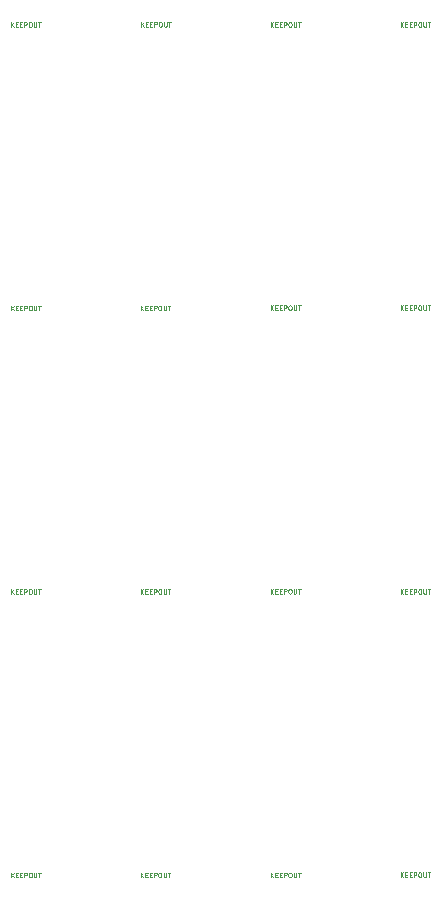
<source format=gbr>
G04 #@! TF.GenerationSoftware,KiCad,Pcbnew,(5.0.1)-4*
G04 #@! TF.CreationDate,2019-03-05T01:40:27-06:00*
G04 #@! TF.ProjectId,mult,6D756C742E6B696361645F7063620000,rev?*
G04 #@! TF.SameCoordinates,Original*
G04 #@! TF.FileFunction,Other,Comment*
%FSLAX46Y46*%
G04 Gerber Fmt 4.6, Leading zero omitted, Abs format (unit mm)*
G04 Created by KiCad (PCBNEW (5.0.1)-4) date 3/5/2019 1:40:27*
%MOMM*%
%LPD*%
G01*
G04 APERTURE LIST*
%ADD10C,0.051000*%
G04 APERTURE END LIST*
G04 #@! TO.C,J1*
D10*
X-170612095Y128617047D02*
X-170612095Y129017047D01*
X-170383523Y128617047D02*
X-170554952Y128845619D01*
X-170383523Y129017047D02*
X-170612095Y128788476D01*
X-170212095Y128826571D02*
X-170078761Y128826571D01*
X-170021619Y128617047D02*
X-170212095Y128617047D01*
X-170212095Y129017047D01*
X-170021619Y129017047D01*
X-169850190Y128826571D02*
X-169716857Y128826571D01*
X-169659714Y128617047D02*
X-169850190Y128617047D01*
X-169850190Y129017047D01*
X-169659714Y129017047D01*
X-169488285Y128617047D02*
X-169488285Y129017047D01*
X-169335904Y129017047D01*
X-169297809Y128998000D01*
X-169278761Y128978952D01*
X-169259714Y128940857D01*
X-169259714Y128883714D01*
X-169278761Y128845619D01*
X-169297809Y128826571D01*
X-169335904Y128807523D01*
X-169488285Y128807523D01*
X-169012095Y129017047D02*
X-168935904Y129017047D01*
X-168897809Y128998000D01*
X-168859714Y128959904D01*
X-168840666Y128883714D01*
X-168840666Y128750380D01*
X-168859714Y128674190D01*
X-168897809Y128636095D01*
X-168935904Y128617047D01*
X-169012095Y128617047D01*
X-169050190Y128636095D01*
X-169088285Y128674190D01*
X-169107333Y128750380D01*
X-169107333Y128883714D01*
X-169088285Y128959904D01*
X-169050190Y128998000D01*
X-169012095Y129017047D01*
X-168669238Y129017047D02*
X-168669238Y128693238D01*
X-168650190Y128655142D01*
X-168631142Y128636095D01*
X-168593047Y128617047D01*
X-168516857Y128617047D01*
X-168478761Y128636095D01*
X-168459714Y128655142D01*
X-168440666Y128693238D01*
X-168440666Y129017047D01*
X-168307333Y129017047D02*
X-168078761Y129017047D01*
X-168193047Y128617047D02*
X-168193047Y129017047D01*
G04 #@! TO.C,J2*
X-159601195Y128629747D02*
X-159601195Y129029747D01*
X-159372623Y128629747D02*
X-159544052Y128858319D01*
X-159372623Y129029747D02*
X-159601195Y128801176D01*
X-159201195Y128839271D02*
X-159067861Y128839271D01*
X-159010719Y128629747D02*
X-159201195Y128629747D01*
X-159201195Y129029747D01*
X-159010719Y129029747D01*
X-158839290Y128839271D02*
X-158705957Y128839271D01*
X-158648814Y128629747D02*
X-158839290Y128629747D01*
X-158839290Y129029747D01*
X-158648814Y129029747D01*
X-158477385Y128629747D02*
X-158477385Y129029747D01*
X-158325004Y129029747D01*
X-158286909Y129010700D01*
X-158267861Y128991652D01*
X-158248814Y128953557D01*
X-158248814Y128896414D01*
X-158267861Y128858319D01*
X-158286909Y128839271D01*
X-158325004Y128820223D01*
X-158477385Y128820223D01*
X-158001195Y129029747D02*
X-157925004Y129029747D01*
X-157886909Y129010700D01*
X-157848814Y128972604D01*
X-157829766Y128896414D01*
X-157829766Y128763080D01*
X-157848814Y128686890D01*
X-157886909Y128648795D01*
X-157925004Y128629747D01*
X-158001195Y128629747D01*
X-158039290Y128648795D01*
X-158077385Y128686890D01*
X-158096433Y128763080D01*
X-158096433Y128896414D01*
X-158077385Y128972604D01*
X-158039290Y129010700D01*
X-158001195Y129029747D01*
X-157658338Y129029747D02*
X-157658338Y128705938D01*
X-157639290Y128667842D01*
X-157620242Y128648795D01*
X-157582147Y128629747D01*
X-157505957Y128629747D01*
X-157467861Y128648795D01*
X-157448814Y128667842D01*
X-157429766Y128705938D01*
X-157429766Y129029747D01*
X-157296433Y129029747D02*
X-157067861Y129029747D01*
X-157182147Y128629747D02*
X-157182147Y129029747D01*
G04 #@! TO.C,J3*
X-148615695Y128604347D02*
X-148615695Y129004347D01*
X-148387123Y128604347D02*
X-148558552Y128832919D01*
X-148387123Y129004347D02*
X-148615695Y128775776D01*
X-148215695Y128813871D02*
X-148082361Y128813871D01*
X-148025219Y128604347D02*
X-148215695Y128604347D01*
X-148215695Y129004347D01*
X-148025219Y129004347D01*
X-147853790Y128813871D02*
X-147720457Y128813871D01*
X-147663314Y128604347D02*
X-147853790Y128604347D01*
X-147853790Y129004347D01*
X-147663314Y129004347D01*
X-147491885Y128604347D02*
X-147491885Y129004347D01*
X-147339504Y129004347D01*
X-147301409Y128985300D01*
X-147282361Y128966252D01*
X-147263314Y128928157D01*
X-147263314Y128871014D01*
X-147282361Y128832919D01*
X-147301409Y128813871D01*
X-147339504Y128794823D01*
X-147491885Y128794823D01*
X-147015695Y129004347D02*
X-146939504Y129004347D01*
X-146901409Y128985300D01*
X-146863314Y128947204D01*
X-146844266Y128871014D01*
X-146844266Y128737680D01*
X-146863314Y128661490D01*
X-146901409Y128623395D01*
X-146939504Y128604347D01*
X-147015695Y128604347D01*
X-147053790Y128623395D01*
X-147091885Y128661490D01*
X-147110933Y128737680D01*
X-147110933Y128871014D01*
X-147091885Y128947204D01*
X-147053790Y128985300D01*
X-147015695Y129004347D01*
X-146672838Y129004347D02*
X-146672838Y128680538D01*
X-146653790Y128642442D01*
X-146634742Y128623395D01*
X-146596647Y128604347D01*
X-146520457Y128604347D01*
X-146482361Y128623395D01*
X-146463314Y128642442D01*
X-146444266Y128680538D01*
X-146444266Y129004347D01*
X-146310933Y129004347D02*
X-146082361Y129004347D01*
X-146196647Y128604347D02*
X-146196647Y129004347D01*
G04 #@! TO.C,J4*
X-137617495Y128617047D02*
X-137617495Y129017047D01*
X-137388923Y128617047D02*
X-137560352Y128845619D01*
X-137388923Y129017047D02*
X-137617495Y128788476D01*
X-137217495Y128826571D02*
X-137084161Y128826571D01*
X-137027019Y128617047D02*
X-137217495Y128617047D01*
X-137217495Y129017047D01*
X-137027019Y129017047D01*
X-136855590Y128826571D02*
X-136722257Y128826571D01*
X-136665114Y128617047D02*
X-136855590Y128617047D01*
X-136855590Y129017047D01*
X-136665114Y129017047D01*
X-136493685Y128617047D02*
X-136493685Y129017047D01*
X-136341304Y129017047D01*
X-136303209Y128998000D01*
X-136284161Y128978952D01*
X-136265114Y128940857D01*
X-136265114Y128883714D01*
X-136284161Y128845619D01*
X-136303209Y128826571D01*
X-136341304Y128807523D01*
X-136493685Y128807523D01*
X-136017495Y129017047D02*
X-135941304Y129017047D01*
X-135903209Y128998000D01*
X-135865114Y128959904D01*
X-135846066Y128883714D01*
X-135846066Y128750380D01*
X-135865114Y128674190D01*
X-135903209Y128636095D01*
X-135941304Y128617047D01*
X-136017495Y128617047D01*
X-136055590Y128636095D01*
X-136093685Y128674190D01*
X-136112733Y128750380D01*
X-136112733Y128883714D01*
X-136093685Y128959904D01*
X-136055590Y128998000D01*
X-136017495Y129017047D01*
X-135674638Y129017047D02*
X-135674638Y128693238D01*
X-135655590Y128655142D01*
X-135636542Y128636095D01*
X-135598447Y128617047D01*
X-135522257Y128617047D01*
X-135484161Y128636095D01*
X-135465114Y128655142D01*
X-135446066Y128693238D01*
X-135446066Y129017047D01*
X-135312733Y129017047D02*
X-135084161Y129017047D01*
X-135198447Y128617047D02*
X-135198447Y129017047D01*
G04 #@! TO.C,J5*
X-170612095Y104614047D02*
X-170612095Y105014047D01*
X-170383523Y104614047D02*
X-170554952Y104842619D01*
X-170383523Y105014047D02*
X-170612095Y104785476D01*
X-170212095Y104823571D02*
X-170078761Y104823571D01*
X-170021619Y104614047D02*
X-170212095Y104614047D01*
X-170212095Y105014047D01*
X-170021619Y105014047D01*
X-169850190Y104823571D02*
X-169716857Y104823571D01*
X-169659714Y104614047D02*
X-169850190Y104614047D01*
X-169850190Y105014047D01*
X-169659714Y105014047D01*
X-169488285Y104614047D02*
X-169488285Y105014047D01*
X-169335904Y105014047D01*
X-169297809Y104995000D01*
X-169278761Y104975952D01*
X-169259714Y104937857D01*
X-169259714Y104880714D01*
X-169278761Y104842619D01*
X-169297809Y104823571D01*
X-169335904Y104804523D01*
X-169488285Y104804523D01*
X-169012095Y105014047D02*
X-168935904Y105014047D01*
X-168897809Y104995000D01*
X-168859714Y104956904D01*
X-168840666Y104880714D01*
X-168840666Y104747380D01*
X-168859714Y104671190D01*
X-168897809Y104633095D01*
X-168935904Y104614047D01*
X-169012095Y104614047D01*
X-169050190Y104633095D01*
X-169088285Y104671190D01*
X-169107333Y104747380D01*
X-169107333Y104880714D01*
X-169088285Y104956904D01*
X-169050190Y104995000D01*
X-169012095Y105014047D01*
X-168669238Y105014047D02*
X-168669238Y104690238D01*
X-168650190Y104652142D01*
X-168631142Y104633095D01*
X-168593047Y104614047D01*
X-168516857Y104614047D01*
X-168478761Y104633095D01*
X-168459714Y104652142D01*
X-168440666Y104690238D01*
X-168440666Y105014047D01*
X-168307333Y105014047D02*
X-168078761Y105014047D01*
X-168193047Y104614047D02*
X-168193047Y105014047D01*
G04 #@! TO.C,J6*
X-170612095Y80611047D02*
X-170612095Y81011047D01*
X-170383523Y80611047D02*
X-170554952Y80839619D01*
X-170383523Y81011047D02*
X-170612095Y80782476D01*
X-170212095Y80820571D02*
X-170078761Y80820571D01*
X-170021619Y80611047D02*
X-170212095Y80611047D01*
X-170212095Y81011047D01*
X-170021619Y81011047D01*
X-169850190Y80820571D02*
X-169716857Y80820571D01*
X-169659714Y80611047D02*
X-169850190Y80611047D01*
X-169850190Y81011047D01*
X-169659714Y81011047D01*
X-169488285Y80611047D02*
X-169488285Y81011047D01*
X-169335904Y81011047D01*
X-169297809Y80992000D01*
X-169278761Y80972952D01*
X-169259714Y80934857D01*
X-169259714Y80877714D01*
X-169278761Y80839619D01*
X-169297809Y80820571D01*
X-169335904Y80801523D01*
X-169488285Y80801523D01*
X-169012095Y81011047D02*
X-168935904Y81011047D01*
X-168897809Y80992000D01*
X-168859714Y80953904D01*
X-168840666Y80877714D01*
X-168840666Y80744380D01*
X-168859714Y80668190D01*
X-168897809Y80630095D01*
X-168935904Y80611047D01*
X-169012095Y80611047D01*
X-169050190Y80630095D01*
X-169088285Y80668190D01*
X-169107333Y80744380D01*
X-169107333Y80877714D01*
X-169088285Y80953904D01*
X-169050190Y80992000D01*
X-169012095Y81011047D01*
X-168669238Y81011047D02*
X-168669238Y80687238D01*
X-168650190Y80649142D01*
X-168631142Y80630095D01*
X-168593047Y80611047D01*
X-168516857Y80611047D01*
X-168478761Y80630095D01*
X-168459714Y80649142D01*
X-168440666Y80687238D01*
X-168440666Y81011047D01*
X-168307333Y81011047D02*
X-168078761Y81011047D01*
X-168193047Y80611047D02*
X-168193047Y81011047D01*
G04 #@! TO.C,J7*
X-170612095Y56608047D02*
X-170612095Y57008047D01*
X-170383523Y56608047D02*
X-170554952Y56836619D01*
X-170383523Y57008047D02*
X-170612095Y56779476D01*
X-170212095Y56817571D02*
X-170078761Y56817571D01*
X-170021619Y56608047D02*
X-170212095Y56608047D01*
X-170212095Y57008047D01*
X-170021619Y57008047D01*
X-169850190Y56817571D02*
X-169716857Y56817571D01*
X-169659714Y56608047D02*
X-169850190Y56608047D01*
X-169850190Y57008047D01*
X-169659714Y57008047D01*
X-169488285Y56608047D02*
X-169488285Y57008047D01*
X-169335904Y57008047D01*
X-169297809Y56989000D01*
X-169278761Y56969952D01*
X-169259714Y56931857D01*
X-169259714Y56874714D01*
X-169278761Y56836619D01*
X-169297809Y56817571D01*
X-169335904Y56798523D01*
X-169488285Y56798523D01*
X-169012095Y57008047D02*
X-168935904Y57008047D01*
X-168897809Y56989000D01*
X-168859714Y56950904D01*
X-168840666Y56874714D01*
X-168840666Y56741380D01*
X-168859714Y56665190D01*
X-168897809Y56627095D01*
X-168935904Y56608047D01*
X-169012095Y56608047D01*
X-169050190Y56627095D01*
X-169088285Y56665190D01*
X-169107333Y56741380D01*
X-169107333Y56874714D01*
X-169088285Y56950904D01*
X-169050190Y56989000D01*
X-169012095Y57008047D01*
X-168669238Y57008047D02*
X-168669238Y56684238D01*
X-168650190Y56646142D01*
X-168631142Y56627095D01*
X-168593047Y56608047D01*
X-168516857Y56608047D01*
X-168478761Y56627095D01*
X-168459714Y56646142D01*
X-168440666Y56684238D01*
X-168440666Y57008047D01*
X-168307333Y57008047D02*
X-168078761Y57008047D01*
X-168193047Y56608047D02*
X-168193047Y57008047D01*
G04 #@! TO.C,J8*
X-159626595Y104614047D02*
X-159626595Y105014047D01*
X-159398023Y104614047D02*
X-159569452Y104842619D01*
X-159398023Y105014047D02*
X-159626595Y104785476D01*
X-159226595Y104823571D02*
X-159093261Y104823571D01*
X-159036119Y104614047D02*
X-159226595Y104614047D01*
X-159226595Y105014047D01*
X-159036119Y105014047D01*
X-158864690Y104823571D02*
X-158731357Y104823571D01*
X-158674214Y104614047D02*
X-158864690Y104614047D01*
X-158864690Y105014047D01*
X-158674214Y105014047D01*
X-158502785Y104614047D02*
X-158502785Y105014047D01*
X-158350404Y105014047D01*
X-158312309Y104995000D01*
X-158293261Y104975952D01*
X-158274214Y104937857D01*
X-158274214Y104880714D01*
X-158293261Y104842619D01*
X-158312309Y104823571D01*
X-158350404Y104804523D01*
X-158502785Y104804523D01*
X-158026595Y105014047D02*
X-157950404Y105014047D01*
X-157912309Y104995000D01*
X-157874214Y104956904D01*
X-157855166Y104880714D01*
X-157855166Y104747380D01*
X-157874214Y104671190D01*
X-157912309Y104633095D01*
X-157950404Y104614047D01*
X-158026595Y104614047D01*
X-158064690Y104633095D01*
X-158102785Y104671190D01*
X-158121833Y104747380D01*
X-158121833Y104880714D01*
X-158102785Y104956904D01*
X-158064690Y104995000D01*
X-158026595Y105014047D01*
X-157683738Y105014047D02*
X-157683738Y104690238D01*
X-157664690Y104652142D01*
X-157645642Y104633095D01*
X-157607547Y104614047D01*
X-157531357Y104614047D01*
X-157493261Y104633095D01*
X-157474214Y104652142D01*
X-157455166Y104690238D01*
X-157455166Y105014047D01*
X-157321833Y105014047D02*
X-157093261Y105014047D01*
X-157207547Y104614047D02*
X-157207547Y105014047D01*
G04 #@! TO.C,J9*
X-159626595Y80611047D02*
X-159626595Y81011047D01*
X-159398023Y80611047D02*
X-159569452Y80839619D01*
X-159398023Y81011047D02*
X-159626595Y80782476D01*
X-159226595Y80820571D02*
X-159093261Y80820571D01*
X-159036119Y80611047D02*
X-159226595Y80611047D01*
X-159226595Y81011047D01*
X-159036119Y81011047D01*
X-158864690Y80820571D02*
X-158731357Y80820571D01*
X-158674214Y80611047D02*
X-158864690Y80611047D01*
X-158864690Y81011047D01*
X-158674214Y81011047D01*
X-158502785Y80611047D02*
X-158502785Y81011047D01*
X-158350404Y81011047D01*
X-158312309Y80992000D01*
X-158293261Y80972952D01*
X-158274214Y80934857D01*
X-158274214Y80877714D01*
X-158293261Y80839619D01*
X-158312309Y80820571D01*
X-158350404Y80801523D01*
X-158502785Y80801523D01*
X-158026595Y81011047D02*
X-157950404Y81011047D01*
X-157912309Y80992000D01*
X-157874214Y80953904D01*
X-157855166Y80877714D01*
X-157855166Y80744380D01*
X-157874214Y80668190D01*
X-157912309Y80630095D01*
X-157950404Y80611047D01*
X-158026595Y80611047D01*
X-158064690Y80630095D01*
X-158102785Y80668190D01*
X-158121833Y80744380D01*
X-158121833Y80877714D01*
X-158102785Y80953904D01*
X-158064690Y80992000D01*
X-158026595Y81011047D01*
X-157683738Y81011047D02*
X-157683738Y80687238D01*
X-157664690Y80649142D01*
X-157645642Y80630095D01*
X-157607547Y80611047D01*
X-157531357Y80611047D01*
X-157493261Y80630095D01*
X-157474214Y80649142D01*
X-157455166Y80687238D01*
X-157455166Y81011047D01*
X-157321833Y81011047D02*
X-157093261Y81011047D01*
X-157207547Y80611047D02*
X-157207547Y81011047D01*
G04 #@! TO.C,J10*
X-159626595Y56608047D02*
X-159626595Y57008047D01*
X-159398023Y56608047D02*
X-159569452Y56836619D01*
X-159398023Y57008047D02*
X-159626595Y56779476D01*
X-159226595Y56817571D02*
X-159093261Y56817571D01*
X-159036119Y56608047D02*
X-159226595Y56608047D01*
X-159226595Y57008047D01*
X-159036119Y57008047D01*
X-158864690Y56817571D02*
X-158731357Y56817571D01*
X-158674214Y56608047D02*
X-158864690Y56608047D01*
X-158864690Y57008047D01*
X-158674214Y57008047D01*
X-158502785Y56608047D02*
X-158502785Y57008047D01*
X-158350404Y57008047D01*
X-158312309Y56989000D01*
X-158293261Y56969952D01*
X-158274214Y56931857D01*
X-158274214Y56874714D01*
X-158293261Y56836619D01*
X-158312309Y56817571D01*
X-158350404Y56798523D01*
X-158502785Y56798523D01*
X-158026595Y57008047D02*
X-157950404Y57008047D01*
X-157912309Y56989000D01*
X-157874214Y56950904D01*
X-157855166Y56874714D01*
X-157855166Y56741380D01*
X-157874214Y56665190D01*
X-157912309Y56627095D01*
X-157950404Y56608047D01*
X-158026595Y56608047D01*
X-158064690Y56627095D01*
X-158102785Y56665190D01*
X-158121833Y56741380D01*
X-158121833Y56874714D01*
X-158102785Y56950904D01*
X-158064690Y56989000D01*
X-158026595Y57008047D01*
X-157683738Y57008047D02*
X-157683738Y56684238D01*
X-157664690Y56646142D01*
X-157645642Y56627095D01*
X-157607547Y56608047D01*
X-157531357Y56608047D01*
X-157493261Y56627095D01*
X-157474214Y56646142D01*
X-157455166Y56684238D01*
X-157455166Y57008047D01*
X-157321833Y57008047D02*
X-157093261Y57008047D01*
X-157207547Y56608047D02*
X-157207547Y57008047D01*
G04 #@! TO.C,J11*
X-148615695Y104626747D02*
X-148615695Y105026747D01*
X-148387123Y104626747D02*
X-148558552Y104855319D01*
X-148387123Y105026747D02*
X-148615695Y104798176D01*
X-148215695Y104836271D02*
X-148082361Y104836271D01*
X-148025219Y104626747D02*
X-148215695Y104626747D01*
X-148215695Y105026747D01*
X-148025219Y105026747D01*
X-147853790Y104836271D02*
X-147720457Y104836271D01*
X-147663314Y104626747D02*
X-147853790Y104626747D01*
X-147853790Y105026747D01*
X-147663314Y105026747D01*
X-147491885Y104626747D02*
X-147491885Y105026747D01*
X-147339504Y105026747D01*
X-147301409Y105007700D01*
X-147282361Y104988652D01*
X-147263314Y104950557D01*
X-147263314Y104893414D01*
X-147282361Y104855319D01*
X-147301409Y104836271D01*
X-147339504Y104817223D01*
X-147491885Y104817223D01*
X-147015695Y105026747D02*
X-146939504Y105026747D01*
X-146901409Y105007700D01*
X-146863314Y104969604D01*
X-146844266Y104893414D01*
X-146844266Y104760080D01*
X-146863314Y104683890D01*
X-146901409Y104645795D01*
X-146939504Y104626747D01*
X-147015695Y104626747D01*
X-147053790Y104645795D01*
X-147091885Y104683890D01*
X-147110933Y104760080D01*
X-147110933Y104893414D01*
X-147091885Y104969604D01*
X-147053790Y105007700D01*
X-147015695Y105026747D01*
X-146672838Y105026747D02*
X-146672838Y104702938D01*
X-146653790Y104664842D01*
X-146634742Y104645795D01*
X-146596647Y104626747D01*
X-146520457Y104626747D01*
X-146482361Y104645795D01*
X-146463314Y104664842D01*
X-146444266Y104702938D01*
X-146444266Y105026747D01*
X-146310933Y105026747D02*
X-146082361Y105026747D01*
X-146196647Y104626747D02*
X-146196647Y105026747D01*
G04 #@! TO.C,J12*
X-148615695Y80623747D02*
X-148615695Y81023747D01*
X-148387123Y80623747D02*
X-148558552Y80852319D01*
X-148387123Y81023747D02*
X-148615695Y80795176D01*
X-148215695Y80833271D02*
X-148082361Y80833271D01*
X-148025219Y80623747D02*
X-148215695Y80623747D01*
X-148215695Y81023747D01*
X-148025219Y81023747D01*
X-147853790Y80833271D02*
X-147720457Y80833271D01*
X-147663314Y80623747D02*
X-147853790Y80623747D01*
X-147853790Y81023747D01*
X-147663314Y81023747D01*
X-147491885Y80623747D02*
X-147491885Y81023747D01*
X-147339504Y81023747D01*
X-147301409Y81004700D01*
X-147282361Y80985652D01*
X-147263314Y80947557D01*
X-147263314Y80890414D01*
X-147282361Y80852319D01*
X-147301409Y80833271D01*
X-147339504Y80814223D01*
X-147491885Y80814223D01*
X-147015695Y81023747D02*
X-146939504Y81023747D01*
X-146901409Y81004700D01*
X-146863314Y80966604D01*
X-146844266Y80890414D01*
X-146844266Y80757080D01*
X-146863314Y80680890D01*
X-146901409Y80642795D01*
X-146939504Y80623747D01*
X-147015695Y80623747D01*
X-147053790Y80642795D01*
X-147091885Y80680890D01*
X-147110933Y80757080D01*
X-147110933Y80890414D01*
X-147091885Y80966604D01*
X-147053790Y81004700D01*
X-147015695Y81023747D01*
X-146672838Y81023747D02*
X-146672838Y80699938D01*
X-146653790Y80661842D01*
X-146634742Y80642795D01*
X-146596647Y80623747D01*
X-146520457Y80623747D01*
X-146482361Y80642795D01*
X-146463314Y80661842D01*
X-146444266Y80699938D01*
X-146444266Y81023747D01*
X-146310933Y81023747D02*
X-146082361Y81023747D01*
X-146196647Y80623747D02*
X-146196647Y81023747D01*
G04 #@! TO.C,J13*
X-148615695Y56608047D02*
X-148615695Y57008047D01*
X-148387123Y56608047D02*
X-148558552Y56836619D01*
X-148387123Y57008047D02*
X-148615695Y56779476D01*
X-148215695Y56817571D02*
X-148082361Y56817571D01*
X-148025219Y56608047D02*
X-148215695Y56608047D01*
X-148215695Y57008047D01*
X-148025219Y57008047D01*
X-147853790Y56817571D02*
X-147720457Y56817571D01*
X-147663314Y56608047D02*
X-147853790Y56608047D01*
X-147853790Y57008047D01*
X-147663314Y57008047D01*
X-147491885Y56608047D02*
X-147491885Y57008047D01*
X-147339504Y57008047D01*
X-147301409Y56989000D01*
X-147282361Y56969952D01*
X-147263314Y56931857D01*
X-147263314Y56874714D01*
X-147282361Y56836619D01*
X-147301409Y56817571D01*
X-147339504Y56798523D01*
X-147491885Y56798523D01*
X-147015695Y57008047D02*
X-146939504Y57008047D01*
X-146901409Y56989000D01*
X-146863314Y56950904D01*
X-146844266Y56874714D01*
X-146844266Y56741380D01*
X-146863314Y56665190D01*
X-146901409Y56627095D01*
X-146939504Y56608047D01*
X-147015695Y56608047D01*
X-147053790Y56627095D01*
X-147091885Y56665190D01*
X-147110933Y56741380D01*
X-147110933Y56874714D01*
X-147091885Y56950904D01*
X-147053790Y56989000D01*
X-147015695Y57008047D01*
X-146672838Y57008047D02*
X-146672838Y56684238D01*
X-146653790Y56646142D01*
X-146634742Y56627095D01*
X-146596647Y56608047D01*
X-146520457Y56608047D01*
X-146482361Y56627095D01*
X-146463314Y56646142D01*
X-146444266Y56684238D01*
X-146444266Y57008047D01*
X-146310933Y57008047D02*
X-146082361Y57008047D01*
X-146196647Y56608047D02*
X-146196647Y57008047D01*
G04 #@! TO.C,J14*
X-137617495Y104626747D02*
X-137617495Y105026747D01*
X-137388923Y104626747D02*
X-137560352Y104855319D01*
X-137388923Y105026747D02*
X-137617495Y104798176D01*
X-137217495Y104836271D02*
X-137084161Y104836271D01*
X-137027019Y104626747D02*
X-137217495Y104626747D01*
X-137217495Y105026747D01*
X-137027019Y105026747D01*
X-136855590Y104836271D02*
X-136722257Y104836271D01*
X-136665114Y104626747D02*
X-136855590Y104626747D01*
X-136855590Y105026747D01*
X-136665114Y105026747D01*
X-136493685Y104626747D02*
X-136493685Y105026747D01*
X-136341304Y105026747D01*
X-136303209Y105007700D01*
X-136284161Y104988652D01*
X-136265114Y104950557D01*
X-136265114Y104893414D01*
X-136284161Y104855319D01*
X-136303209Y104836271D01*
X-136341304Y104817223D01*
X-136493685Y104817223D01*
X-136017495Y105026747D02*
X-135941304Y105026747D01*
X-135903209Y105007700D01*
X-135865114Y104969604D01*
X-135846066Y104893414D01*
X-135846066Y104760080D01*
X-135865114Y104683890D01*
X-135903209Y104645795D01*
X-135941304Y104626747D01*
X-136017495Y104626747D01*
X-136055590Y104645795D01*
X-136093685Y104683890D01*
X-136112733Y104760080D01*
X-136112733Y104893414D01*
X-136093685Y104969604D01*
X-136055590Y105007700D01*
X-136017495Y105026747D01*
X-135674638Y105026747D02*
X-135674638Y104702938D01*
X-135655590Y104664842D01*
X-135636542Y104645795D01*
X-135598447Y104626747D01*
X-135522257Y104626747D01*
X-135484161Y104645795D01*
X-135465114Y104664842D01*
X-135446066Y104702938D01*
X-135446066Y105026747D01*
X-135312733Y105026747D02*
X-135084161Y105026747D01*
X-135198447Y104626747D02*
X-135198447Y105026747D01*
G04 #@! TO.C,J15*
X-137617495Y80611047D02*
X-137617495Y81011047D01*
X-137388923Y80611047D02*
X-137560352Y80839619D01*
X-137388923Y81011047D02*
X-137617495Y80782476D01*
X-137217495Y80820571D02*
X-137084161Y80820571D01*
X-137027019Y80611047D02*
X-137217495Y80611047D01*
X-137217495Y81011047D01*
X-137027019Y81011047D01*
X-136855590Y80820571D02*
X-136722257Y80820571D01*
X-136665114Y80611047D02*
X-136855590Y80611047D01*
X-136855590Y81011047D01*
X-136665114Y81011047D01*
X-136493685Y80611047D02*
X-136493685Y81011047D01*
X-136341304Y81011047D01*
X-136303209Y80992000D01*
X-136284161Y80972952D01*
X-136265114Y80934857D01*
X-136265114Y80877714D01*
X-136284161Y80839619D01*
X-136303209Y80820571D01*
X-136341304Y80801523D01*
X-136493685Y80801523D01*
X-136017495Y81011047D02*
X-135941304Y81011047D01*
X-135903209Y80992000D01*
X-135865114Y80953904D01*
X-135846066Y80877714D01*
X-135846066Y80744380D01*
X-135865114Y80668190D01*
X-135903209Y80630095D01*
X-135941304Y80611047D01*
X-136017495Y80611047D01*
X-136055590Y80630095D01*
X-136093685Y80668190D01*
X-136112733Y80744380D01*
X-136112733Y80877714D01*
X-136093685Y80953904D01*
X-136055590Y80992000D01*
X-136017495Y81011047D01*
X-135674638Y81011047D02*
X-135674638Y80687238D01*
X-135655590Y80649142D01*
X-135636542Y80630095D01*
X-135598447Y80611047D01*
X-135522257Y80611047D01*
X-135484161Y80630095D01*
X-135465114Y80649142D01*
X-135446066Y80687238D01*
X-135446066Y81011047D01*
X-135312733Y81011047D02*
X-135084161Y81011047D01*
X-135198447Y80611047D02*
X-135198447Y81011047D01*
G04 #@! TO.C,J16*
X-137617495Y56620747D02*
X-137617495Y57020747D01*
X-137388923Y56620747D02*
X-137560352Y56849319D01*
X-137388923Y57020747D02*
X-137617495Y56792176D01*
X-137217495Y56830271D02*
X-137084161Y56830271D01*
X-137027019Y56620747D02*
X-137217495Y56620747D01*
X-137217495Y57020747D01*
X-137027019Y57020747D01*
X-136855590Y56830271D02*
X-136722257Y56830271D01*
X-136665114Y56620747D02*
X-136855590Y56620747D01*
X-136855590Y57020747D01*
X-136665114Y57020747D01*
X-136493685Y56620747D02*
X-136493685Y57020747D01*
X-136341304Y57020747D01*
X-136303209Y57001700D01*
X-136284161Y56982652D01*
X-136265114Y56944557D01*
X-136265114Y56887414D01*
X-136284161Y56849319D01*
X-136303209Y56830271D01*
X-136341304Y56811223D01*
X-136493685Y56811223D01*
X-136017495Y57020747D02*
X-135941304Y57020747D01*
X-135903209Y57001700D01*
X-135865114Y56963604D01*
X-135846066Y56887414D01*
X-135846066Y56754080D01*
X-135865114Y56677890D01*
X-135903209Y56639795D01*
X-135941304Y56620747D01*
X-136017495Y56620747D01*
X-136055590Y56639795D01*
X-136093685Y56677890D01*
X-136112733Y56754080D01*
X-136112733Y56887414D01*
X-136093685Y56963604D01*
X-136055590Y57001700D01*
X-136017495Y57020747D01*
X-135674638Y57020747D02*
X-135674638Y56696938D01*
X-135655590Y56658842D01*
X-135636542Y56639795D01*
X-135598447Y56620747D01*
X-135522257Y56620747D01*
X-135484161Y56639795D01*
X-135465114Y56658842D01*
X-135446066Y56696938D01*
X-135446066Y57020747D01*
X-135312733Y57020747D02*
X-135084161Y57020747D01*
X-135198447Y56620747D02*
X-135198447Y57020747D01*
G04 #@! TD*
M02*

</source>
